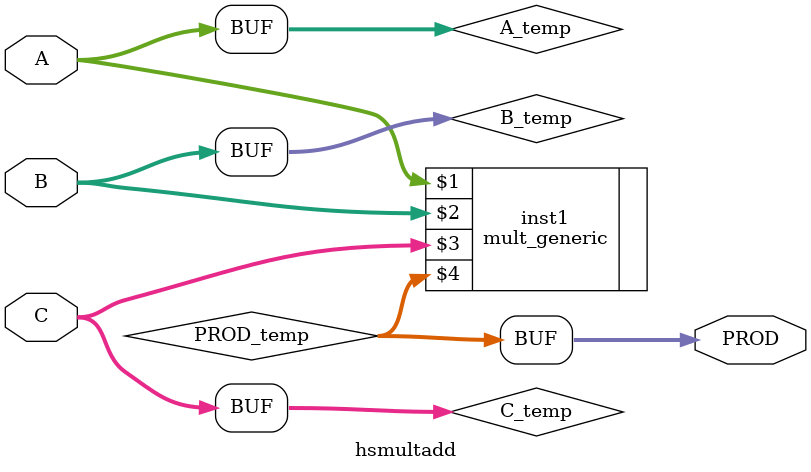
<source format=v>
module hsmultadd(A,B,C,PROD);
  parameter AA = 6;
  parameter BB = 6;
  parameter CC = 12;
  parameter P = 12;
  parameter
        d_A = 0,
        d_B = 0,
        d_C = 0,
        d_PROD = 1;
  input [(AA - 1):0] A;
  input [(BB - 1):0] B;
  input [(CC - 1):0] C;
  output [(P - 1):0] PROD;
  wire [(AA - 1):0] A_temp;
  wire [(BB - 1):0] B_temp;
  wire [(CC - 1):0] C_temp;
  wire [(P - 1):0] PROD_temp;
  assign #(d_A) A_temp = A;
  assign #(d_B) B_temp = B;
  assign #(d_C) C_temp = C;
  assign #(d_PROD) PROD = PROD_temp;
  mult_generic #(AA,BB,CC,P) inst1 (A_temp,B_temp,C_temp,PROD_temp);
endmodule

</source>
